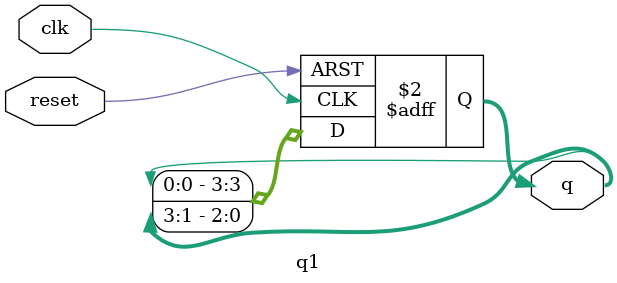
<source format=v>
module q1(reset,clk,q);
input reset,clk;
output reg[3:0]q;
always@(posedge clk or posedge reset)
begin 
if(reset)
q<=4'b1000;
else
q<={q[0],q[3:1]};
end 
endmodule


</source>
